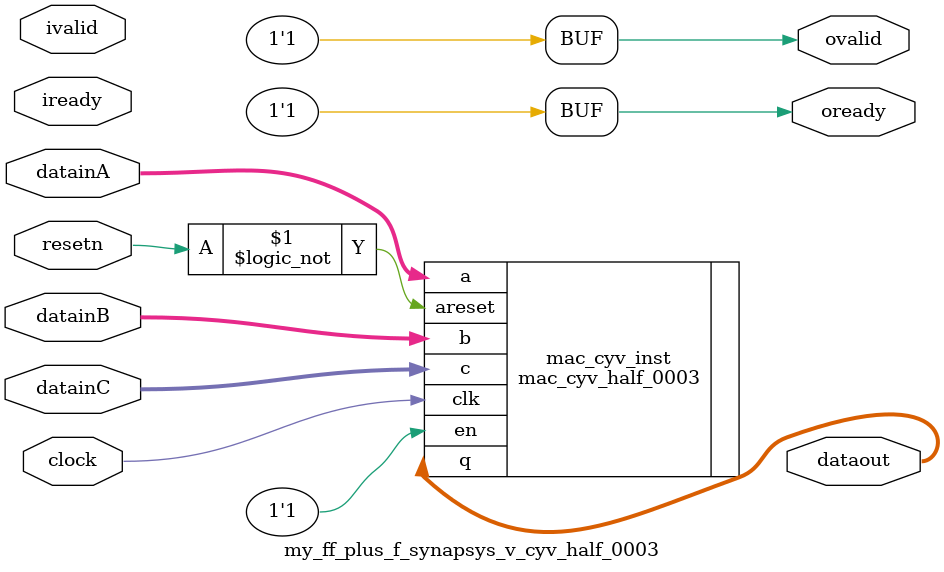
<source format=v>
module my_ff_plus_f_synapsys_v_cyv_half_0003 (

	input   clock,
	input   resetn,
	input   ivalid, 
	input   iready,
	output  ovalid, 
	output  oready,
	input   [15:0] datainC,	
	input   [15:0]  datainA,
	input   [15:0] datainB,
	output   [15:0]  dataout);
	
	
	
	/*
  logic [31:0] result_float;
  logic [31:0] result_float_reg;
  logic [31:0] result_float_reg2;
  logic [15:0] resulta_sfixed;
  
  logic		valid_reg;
  logic 	valid_reg2;
  logic		valid_reg3;
  logic		valid_reg4;
  logic signed [31:0] resulta_sfixed_reg1;
  
  logic [15:0] datain_reg, datain_reg2,datain_reg3, datain_reg4;
  */
  assign ovalid = 1'b1;
  assign oready = 1'b1;
  // ivalid, iready, resetn are ignored
  
/*
	multiplicador_ff u0 ( //latencia de 3
		.clk    (clock),    //   input,   width = 1,    clk.clk
		.areset (!resetn), //   input,   width = 1, areset.reset
		.a      (datainA),      //   input,  width = 32,      a.a
		.b      (datainB),      //   input,  width = 32,      b.b
		.q      (result_float)       //  output,  width = 32,      q.q
	);
	*/
	
	//latencia 9
	mac_cyv_half_0003 mac_cyv_inst (
		.clk    (clock),    //    clk.clk
		.areset (!resetn), // areset.reset
		.en     (1'b1),     //     en.en
		.a      (datainA),      //      a.a
		.b      (datainB),      //      b.b
		.c      (datainC),      //      c.c
		.q      (dataout)       //      q.q
	);


	 
	 
endmodule

</source>
